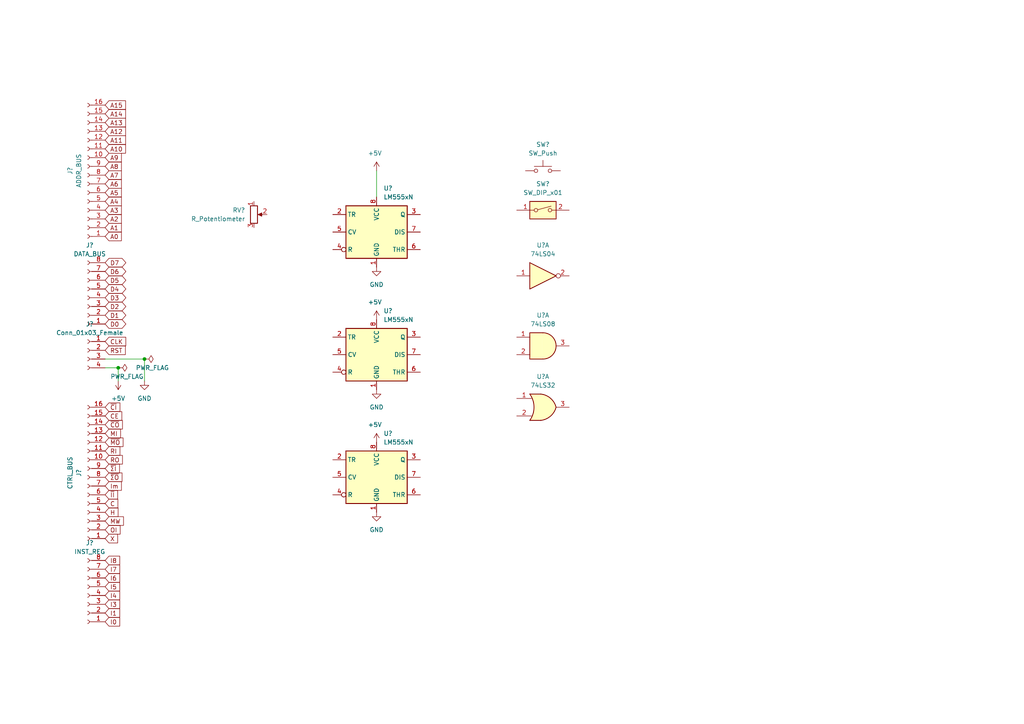
<source format=kicad_sch>
(kicad_sch (version 20211123) (generator eeschema)
  (paper "A4")
  (lib_symbols
    (symbol "74xx:74LS04"
      (property "Reference" "U" (at 0 1.27 0))
      (property "Value" "74LS04" (at 0 -1.27 0))
      (symbol "74LS04_1_0"
        (polyline (pts (xy -3.81 3.81) (xy -3.81 -3.81) (xy 3.81 0) (xy -3.81 3.81)) (stroke (width 0.254)) (fill (type background)))
        (pin input line (at -7.62 0 0) (length 3.81) (name "~") (number "1"))
        (pin output inverted (at 7.62 0 180) (length 3.81) (name "~") (number "2"))
      )
      (symbol "74LS04_2_0"
        (polyline (pts (xy -3.81 3.81) (xy -3.81 -3.81) (xy 3.81 0) (xy -3.81 3.81)) (stroke (width 0.254)) (fill (type background)))
        (pin input line (at -7.62 0 0) (length 3.81) (name "~") (number "3"))
        (pin output inverted (at 7.62 0 180) (length 3.81) (name "~") (number "4"))
      )
      (symbol "74LS04_3_0"
        (polyline (pts (xy -3.81 3.81) (xy -3.81 -3.81) (xy 3.81 0) (xy -3.81 3.81)) (stroke (width 0.254)) (fill (type background)))
        (pin input line (at -7.62 0 0) (length 3.81) (name "~") (number "5"))
        (pin output inverted (at 7.62 0 180) (length 3.81) (name "~") (number "6"))
      )
      (symbol "74LS04_4_0"
        (polyline (pts (xy -3.81 3.81) (xy -3.81 -3.81) (xy 3.81 0) (xy -3.81 3.81)) (stroke (width 0.254)) (fill (type background)))
        (pin output inverted (at 7.62 0 180) (length 3.81) (name "~") (number "8"))
        (pin input line (at -7.62 0 0) (length 3.81) (name "~") (number "9"))
      )
      (symbol "74LS04_5_0"
        (polyline (pts (xy -3.81 3.81) (xy -3.81 -3.81) (xy 3.81 0) (xy -3.81 3.81)) (stroke (width 0.254)) (fill (type background)))
        (pin output inverted (at 7.62 0 180) (length 3.81) (name "~") (number "10"))
        (pin input line (at -7.62 0 0) (length 3.81) (name "~") (number "11"))
      )
      (symbol "74LS04_6_0"
        (polyline (pts (xy -3.81 3.81) (xy -3.81 -3.81) (xy 3.81 0) (xy -3.81 3.81)) (stroke (width 0.254)) (fill (type background)))
        (pin output inverted (at 7.62 0 180) (length 3.81) (name "~") (number "12"))
        (pin input line (at -7.62 0 0) (length 3.81) (name "~") (number "13"))
      )
      (symbol "74LS04_7_0"
        (pin power_in line (at 0 12.7 270) (length 5.08) (name "VCC") (number "14"))
        (pin power_in line (at 0 -12.7 90) (length 5.08) (name "GND") (number "7"))
      )
      (symbol "74LS04_7_1"
        (rectangle (start -5.08 7.62) (end 5.08 -7.62) (stroke (width 0.254)) (fill (type background)))
      )
    )
    (symbol "74xx:74LS08" (pin_names (offset 1.016))
      (property "Reference" "U" (at 0 1.27 0))
      (property "Value" "74LS08" (at 0 -1.27 0))
      (symbol "74LS08_1_1"
        (arc (start 0 -3.81) (mid 3.81 0) (end 0 3.81) (stroke (width 0.254)) (fill (type background)))
        (polyline (pts (xy 0 3.81) (xy -3.81 3.81) (xy -3.81 -3.81) (xy 0 -3.81)) (stroke (width 0.254)) (fill (type background)))
        (pin input line (at -7.62 2.54 0) (length 3.81) (name "~") (number "1"))
        (pin input line (at -7.62 -2.54 0) (length 3.81) (name "~") (number "2"))
        (pin output line (at 7.62 0 180) (length 3.81) (name "~") (number "3"))
      )
      (symbol "74LS08_1_2"
        (arc (start -3.81 -3.81) (mid -2.589 0) (end -3.81 3.81) (stroke (width 0.254)))
        (arc (start -0.6096 -3.81) (mid 2.1842 -2.5851) (end 3.81 0) (stroke (width 0.254)) (fill (type background)))
        (polyline (pts (xy -3.81 -3.81) (xy -0.635 -3.81)) (stroke (width 0.254)) (fill (type background)))
        (polyline (pts (xy -3.81 3.81) (xy -0.635 3.81)) (stroke (width 0.254)) (fill (type background)))
        (polyline (pts (xy -0.635 3.81) (xy -3.81 3.81) (xy -3.81 3.81) (xy -3.556 3.4036) (xy -3.0226 2.2606) (xy -2.6924 1.0414) (xy -2.6162 -0.254) (xy -2.7686 -1.4986) (xy -3.175 -2.7178) (xy -3.81 -3.81) (xy -3.81 -3.81) (xy -0.635 -3.81)) (stroke (width -25.4)) (fill (type background)))
        (arc (start 3.81 0) (mid 2.1915 2.5936) (end -0.6096 3.81) (stroke (width 0.254)) (fill (type background)))
        (pin input inverted (at -7.62 2.54 0) (length 4.318) (name "~") (number "1"))
        (pin input inverted (at -7.62 -2.54 0) (length 4.318) (name "~") (number "2"))
        (pin output inverted (at 7.62 0 180) (length 3.81) (name "~") (number "3"))
      )
      (symbol "74LS08_2_1"
        (arc (start 0 -3.81) (mid 3.81 0) (end 0 3.81) (stroke (width 0.254)) (fill (type background)))
        (polyline (pts (xy 0 3.81) (xy -3.81 3.81) (xy -3.81 -3.81) (xy 0 -3.81)) (stroke (width 0.254)) (fill (type background)))
        (pin input line (at -7.62 2.54 0) (length 3.81) (name "~") (number "4"))
        (pin input line (at -7.62 -2.54 0) (length 3.81) (name "~") (number "5"))
        (pin output line (at 7.62 0 180) (length 3.81) (name "~") (number "6"))
      )
      (symbol "74LS08_2_2"
        (arc (start -3.81 -3.81) (mid -2.589 0) (end -3.81 3.81) (stroke (width 0.254)))
        (arc (start -0.6096 -3.81) (mid 2.1842 -2.5851) (end 3.81 0) (stroke (width 0.254)) (fill (type background)))
        (polyline (pts (xy -3.81 -3.81) (xy -0.635 -3.81)) (stroke (width 0.254)) (fill (type background)))
        (polyline (pts (xy -3.81 3.81) (xy -0.635 3.81)) (stroke (width 0.254)) (fill (type background)))
        (polyline (pts (xy -0.635 3.81) (xy -3.81 3.81) (xy -3.81 3.81) (xy -3.556 3.4036) (xy -3.0226 2.2606) (xy -2.6924 1.0414) (xy -2.6162 -0.254) (xy -2.7686 -1.4986) (xy -3.175 -2.7178) (xy -3.81 -3.81) (xy -3.81 -3.81) (xy -0.635 -3.81)) (stroke (width -25.4)) (fill (type background)))
        (arc (start 3.81 0) (mid 2.1915 2.5936) (end -0.6096 3.81) (stroke (width 0.254)) (fill (type background)))
        (pin input inverted (at -7.62 2.54 0) (length 4.318) (name "~") (number "4"))
        (pin input inverted (at -7.62 -2.54 0) (length 4.318) (name "~") (number "5"))
        (pin output inverted (at 7.62 0 180) (length 3.81) (name "~") (number "6"))
      )
      (symbol "74LS08_3_1"
        (arc (start 0 -3.81) (mid 3.81 0) (end 0 3.81) (stroke (width 0.254)) (fill (type background)))
        (polyline (pts (xy 0 3.81) (xy -3.81 3.81) (xy -3.81 -3.81) (xy 0 -3.81)) (stroke (width 0.254)) (fill (type background)))
        (pin input line (at -7.62 -2.54 0) (length 3.81) (name "~") (number "10"))
        (pin output line (at 7.62 0 180) (length 3.81) (name "~") (number "8"))
        (pin input line (at -7.62 2.54 0) (length 3.81) (name "~") (number "9"))
      )
      (symbol "74LS08_3_2"
        (arc (start -3.81 -3.81) (mid -2.589 0) (end -3.81 3.81) (stroke (width 0.254)))
        (arc (start -0.6096 -3.81) (mid 2.1842 -2.5851) (end 3.81 0) (stroke (width 0.254)) (fill (type background)))
        (polyline (pts (xy -3.81 -3.81) (xy -0.635 -3.81)) (stroke (width 0.254)) (fill (type background)))
        (polyline (pts (xy -3.81 3.81) (xy -0.635 3.81)) (stroke (width 0.254)) (fill (type background)))
        (polyline (pts (xy -0.635 3.81) (xy -3.81 3.81) (xy -3.81 3.81) (xy -3.556 3.4036) (xy -3.0226 2.2606) (xy -2.6924 1.0414) (xy -2.6162 -0.254) (xy -2.7686 -1.4986) (xy -3.175 -2.7178) (xy -3.81 -3.81) (xy -3.81 -3.81) (xy -0.635 -3.81)) (stroke (width -25.4)) (fill (type background)))
        (arc (start 3.81 0) (mid 2.1915 2.5936) (end -0.6096 3.81) (stroke (width 0.254)) (fill (type background)))
        (pin input inverted (at -7.62 -2.54 0) (length 4.318) (name "~") (number "10"))
        (pin output inverted (at 7.62 0 180) (length 3.81) (name "~") (number "8"))
        (pin input inverted (at -7.62 2.54 0) (length 4.318) (name "~") (number "9"))
      )
      (symbol "74LS08_4_1"
        (arc (start 0 -3.81) (mid 3.81 0) (end 0 3.81) (stroke (width 0.254)) (fill (type background)))
        (polyline (pts (xy 0 3.81) (xy -3.81 3.81) (xy -3.81 -3.81) (xy 0 -3.81)) (stroke (width 0.254)) (fill (type background)))
        (pin output line (at 7.62 0 180) (length 3.81) (name "~") (number "11"))
        (pin input line (at -7.62 2.54 0) (length 3.81) (name "~") (number "12"))
        (pin input line (at -7.62 -2.54 0) (length 3.81) (name "~") (number "13"))
      )
      (symbol "74LS08_4_2"
        (arc (start -3.81 -3.81) (mid -2.589 0) (end -3.81 3.81) (stroke (width 0.254)))
        (arc (start -0.6096 -3.81) (mid 2.1842 -2.5851) (end 3.81 0) (stroke (width 0.254)) (fill (type background)))
        (polyline (pts (xy -3.81 -3.81) (xy -0.635 -3.81)) (stroke (width 0.254)) (fill (type background)))
        (polyline (pts (xy -3.81 3.81) (xy -0.635 3.81)) (stroke (width 0.254)) (fill (type background)))
        (polyline (pts (xy -0.635 3.81) (xy -3.81 3.81) (xy -3.81 3.81) (xy -3.556 3.4036) (xy -3.0226 2.2606) (xy -2.6924 1.0414) (xy -2.6162 -0.254) (xy -2.7686 -1.4986) (xy -3.175 -2.7178) (xy -3.81 -3.81) (xy -3.81 -3.81) (xy -0.635 -3.81)) (stroke (width -25.4)) (fill (type background)))
        (arc (start 3.81 0) (mid 2.1915 2.5936) (end -0.6096 3.81) (stroke (width 0.254)) (fill (type background)))
        (pin output inverted (at 7.62 0 180) (length 3.81) (name "~") (number "11"))
        (pin input inverted (at -7.62 2.54 0) (length 4.318) (name "~") (number "12"))
        (pin input inverted (at -7.62 -2.54 0) (length 4.318) (name "~") (number "13"))
      )
      (symbol "74LS08_5_0"
        (pin power_in line (at 0 12.7 270) (length 5.08) (name "VCC") (number "14"))
        (pin power_in line (at 0 -12.7 90) (length 5.08) (name "GND") (number "7"))
      )
      (symbol "74LS08_5_1"
        (rectangle (start -5.08 7.62) (end 5.08 -7.62) (stroke (width 0.254)) (fill (type background)))
      )
    )
    (symbol "74xx:74LS32" (pin_names (offset 1.016))
      (property "Reference" "U" (at 0 1.27 0))
      (property "Value" "74LS32" (at 0 -1.27 0))
      (symbol "74LS32_1_1"
        (arc (start -3.81 -3.81) (mid -2.589 0) (end -3.81 3.81) (stroke (width 0.254)))
        (arc (start -0.6096 -3.81) (mid 2.1842 -2.5851) (end 3.81 0) (stroke (width 0.254)) (fill (type background)))
        (polyline (pts (xy -3.81 -3.81) (xy -0.635 -3.81)) (stroke (width 0.254)) (fill (type background)))
        (polyline (pts (xy -3.81 3.81) (xy -0.635 3.81)) (stroke (width 0.254)) (fill (type background)))
        (polyline (pts (xy -0.635 3.81) (xy -3.81 3.81) (xy -3.81 3.81) (xy -3.556 3.4036) (xy -3.0226 2.2606) (xy -2.6924 1.0414) (xy -2.6162 -0.254) (xy -2.7686 -1.4986) (xy -3.175 -2.7178) (xy -3.81 -3.81) (xy -3.81 -3.81) (xy -0.635 -3.81)) (stroke (width -25.4)) (fill (type background)))
        (arc (start 3.81 0) (mid 2.1915 2.5936) (end -0.6096 3.81) (stroke (width 0.254)) (fill (type background)))
        (pin input line (at -7.62 2.54 0) (length 4.318) (name "~") (number "1"))
        (pin input line (at -7.62 -2.54 0) (length 4.318) (name "~") (number "2"))
        (pin output line (at 7.62 0 180) (length 3.81) (name "~") (number "3"))
      )
      (symbol "74LS32_1_2"
        (arc (start 0 -3.81) (mid 3.81 0) (end 0 3.81) (stroke (width 0.254)) (fill (type background)))
        (polyline (pts (xy 0 3.81) (xy -3.81 3.81) (xy -3.81 -3.81) (xy 0 -3.81)) (stroke (width 0.254)) (fill (type background)))
        (pin input inverted (at -7.62 2.54 0) (length 3.81) (name "~") (number "1"))
        (pin input inverted (at -7.62 -2.54 0) (length 3.81) (name "~") (number "2"))
        (pin output inverted (at 7.62 0 180) (length 3.81) (name "~") (number "3"))
      )
      (symbol "74LS32_2_1"
        (arc (start -3.81 -3.81) (mid -2.589 0) (end -3.81 3.81) (stroke (width 0.254)))
        (arc (start -0.6096 -3.81) (mid 2.1842 -2.5851) (end 3.81 0) (stroke (width 0.254)) (fill (type background)))
        (polyline (pts (xy -3.81 -3.81) (xy -0.635 -3.81)) (stroke (width 0.254)) (fill (type background)))
        (polyline (pts (xy -3.81 3.81) (xy -0.635 3.81)) (stroke (width 0.254)) (fill (type background)))
        (polyline (pts (xy -0.635 3.81) (xy -3.81 3.81) (xy -3.81 3.81) (xy -3.556 3.4036) (xy -3.0226 2.2606) (xy -2.6924 1.0414) (xy -2.6162 -0.254) (xy -2.7686 -1.4986) (xy -3.175 -2.7178) (xy -3.81 -3.81) (xy -3.81 -3.81) (xy -0.635 -3.81)) (stroke (width -25.4)) (fill (type background)))
        (arc (start 3.81 0) (mid 2.1915 2.5936) (end -0.6096 3.81) (stroke (width 0.254)) (fill (type background)))
        (pin input line (at -7.62 2.54 0) (length 4.318) (name "~") (number "4"))
        (pin input line (at -7.62 -2.54 0) (length 4.318) (name "~") (number "5"))
        (pin output line (at 7.62 0 180) (length 3.81) (name "~") (number "6"))
      )
      (symbol "74LS32_2_2"
        (arc (start 0 -3.81) (mid 3.81 0) (end 0 3.81) (stroke (width 0.254)) (fill (type background)))
        (polyline (pts (xy 0 3.81) (xy -3.81 3.81) (xy -3.81 -3.81) (xy 0 -3.81)) (stroke (width 0.254)) (fill (type background)))
        (pin input inverted (at -7.62 2.54 0) (length 3.81) (name "~") (number "4"))
        (pin input inverted (at -7.62 -2.54 0) (length 3.81) (name "~") (number "5"))
        (pin output inverted (at 7.62 0 180) (length 3.81) (name "~") (number "6"))
      )
      (symbol "74LS32_3_1"
        (arc (start -3.81 -3.81) (mid -2.589 0) (end -3.81 3.81) (stroke (width 0.254)))
        (arc (start -0.6096 -3.81) (mid 2.1842 -2.5851) (end 3.81 0) (stroke (width 0.254)) (fill (type background)))
        (polyline (pts (xy -3.81 -3.81) (xy -0.635 -3.81)) (stroke (width 0.254)) (fill (type background)))
        (polyline (pts (xy -3.81 3.81) (xy -0.635 3.81)) (stroke (width 0.254)) (fill (type background)))
        (polyline (pts (xy -0.635 3.81) (xy -3.81 3.81) (xy -3.81 3.81) (xy -3.556 3.4036) (xy -3.0226 2.2606) (xy -2.6924 1.0414) (xy -2.6162 -0.254) (xy -2.7686 -1.4986) (xy -3.175 -2.7178) (xy -3.81 -3.81) (xy -3.81 -3.81) (xy -0.635 -3.81)) (stroke (width -25.4)) (fill (type background)))
        (arc (start 3.81 0) (mid 2.1915 2.5936) (end -0.6096 3.81) (stroke (width 0.254)) (fill (type background)))
        (pin input line (at -7.62 -2.54 0) (length 4.318) (name "~") (number "10"))
        (pin output line (at 7.62 0 180) (length 3.81) (name "~") (number "8"))
        (pin input line (at -7.62 2.54 0) (length 4.318) (name "~") (number "9"))
      )
      (symbol "74LS32_3_2"
        (arc (start 0 -3.81) (mid 3.81 0) (end 0 3.81) (stroke (width 0.254)) (fill (type background)))
        (polyline (pts (xy 0 3.81) (xy -3.81 3.81) (xy -3.81 -3.81) (xy 0 -3.81)) (stroke (width 0.254)) (fill (type background)))
        (pin input inverted (at -7.62 -2.54 0) (length 3.81) (name "~") (number "10"))
        (pin output inverted (at 7.62 0 180) (length 3.81) (name "~") (number "8"))
        (pin input inverted (at -7.62 2.54 0) (length 3.81) (name "~") (number "9"))
      )
      (symbol "74LS32_4_1"
        (arc (start -3.81 -3.81) (mid -2.589 0) (end -3.81 3.81) (stroke (width 0.254)))
        (arc (start -0.6096 -3.81) (mid 2.1842 -2.5851) (end 3.81 0) (stroke (width 0.254)) (fill (type background)))
        (polyline (pts (xy -3.81 -3.81) (xy -0.635 -3.81)) (stroke (width 0.254)) (fill (type background)))
        (polyline (pts (xy -3.81 3.81) (xy -0.635 3.81)) (stroke (width 0.254)) (fill (type background)))
        (polyline (pts (xy -0.635 3.81) (xy -3.81 3.81) (xy -3.81 3.81) (xy -3.556 3.4036) (xy -3.0226 2.2606) (xy -2.6924 1.0414) (xy -2.6162 -0.254) (xy -2.7686 -1.4986) (xy -3.175 -2.7178) (xy -3.81 -3.81) (xy -3.81 -3.81) (xy -0.635 -3.81)) (stroke (width -25.4)) (fill (type background)))
        (arc (start 3.81 0) (mid 2.1915 2.5936) (end -0.6096 3.81) (stroke (width 0.254)) (fill (type background)))
        (pin output line (at 7.62 0 180) (length 3.81) (name "~") (number "11"))
        (pin input line (at -7.62 2.54 0) (length 4.318) (name "~") (number "12"))
        (pin input line (at -7.62 -2.54 0) (length 4.318) (name "~") (number "13"))
      )
      (symbol "74LS32_4_2"
        (arc (start 0 -3.81) (mid 3.81 0) (end 0 3.81) (stroke (width 0.254)) (fill (type background)))
        (polyline (pts (xy 0 3.81) (xy -3.81 3.81) (xy -3.81 -3.81) (xy 0 -3.81)) (stroke (width 0.254)) (fill (type background)))
        (pin output inverted (at 7.62 0 180) (length 3.81) (name "~") (number "11"))
        (pin input inverted (at -7.62 2.54 0) (length 3.81) (name "~") (number "12"))
        (pin input inverted (at -7.62 -2.54 0) (length 3.81) (name "~") (number "13"))
      )
      (symbol "74LS32_5_0"
        (pin power_in line (at 0 12.7 270) (length 5.08) (name "VCC") (number "14"))
        (pin power_in line (at 0 -12.7 90) (length 5.08) (name "GND") (number "7"))
      )
      (symbol "74LS32_5_1"
        (rectangle (start -5.08 7.62) (end 5.08 -7.62) (stroke (width 0.254)) (fill (type background)))
      )
    )
    (symbol "Connector:Conn_01x04_Female" (pin_names (offset 1.016) hide)
      (property "Reference" "J" (at 0 5.08 0))
      (property "Value" "Conn_01x04_Female" (at 0 -7.62 0))
      (symbol "Conn_01x04_Female_1_1"
        (arc (start 0 -4.572) (mid -0.508 -5.08) (end 0 -5.588) (stroke (width 0.1524)))
        (arc (start 0 -2.032) (mid -0.508 -2.54) (end 0 -3.048) (stroke (width 0.1524)))
        (polyline (pts (xy -1.27 -5.08) (xy -0.508 -5.08)) (stroke (width 0.1524)))
        (polyline (pts (xy -1.27 -2.54) (xy -0.508 -2.54)) (stroke (width 0.1524)))
        (polyline (pts (xy -1.27 0) (xy -0.508 0)) (stroke (width 0.1524)))
        (polyline (pts (xy -1.27 2.54) (xy -0.508 2.54)) (stroke (width 0.1524)))
        (arc (start 0 0.508) (mid -0.508 0) (end 0 -0.508) (stroke (width 0.1524)))
        (arc (start 0 3.048) (mid -0.508 2.54) (end 0 2.032) (stroke (width 0.1524)))
        (pin passive line (at -5.08 2.54 0) (length 3.81) (name "Pin_1") (number "1"))
        (pin passive line (at -5.08 0 0) (length 3.81) (name "Pin_2") (number "2"))
        (pin passive line (at -5.08 -2.54 0) (length 3.81) (name "Pin_3") (number "3"))
        (pin passive line (at -5.08 -5.08 0) (length 3.81) (name "Pin_4") (number "4"))
      )
    )
    (symbol "Connector:Conn_01x08_Female" (pin_names (offset 1.016) hide)
      (property "Reference" "J" (at 0 10.16 0))
      (property "Value" "Conn_01x08_Female" (at 0 -12.7 0))
      (symbol "Conn_01x08_Female_1_1"
        (arc (start 0 -9.652) (mid -0.508 -10.16) (end 0 -10.668) (stroke (width 0.1524)))
        (arc (start 0 -7.112) (mid -0.508 -7.62) (end 0 -8.128) (stroke (width 0.1524)))
        (arc (start 0 -4.572) (mid -0.508 -5.08) (end 0 -5.588) (stroke (width 0.1524)))
        (arc (start 0 -2.032) (mid -0.508 -2.54) (end 0 -3.048) (stroke (width 0.1524)))
        (polyline (pts (xy -1.27 -10.16) (xy -0.508 -10.16)) (stroke (width 0.1524)))
        (polyline (pts (xy -1.27 -7.62) (xy -0.508 -7.62)) (stroke (width 0.1524)))
        (polyline (pts (xy -1.27 -5.08) (xy -0.508 -5.08)) (stroke (width 0.1524)))
        (polyline (pts (xy -1.27 -2.54) (xy -0.508 -2.54)) (stroke (width 0.1524)))
        (polyline (pts (xy -1.27 0) (xy -0.508 0)) (stroke (width 0.1524)))
        (polyline (pts (xy -1.27 2.54) (xy -0.508 2.54)) (stroke (width 0.1524)))
        (polyline (pts (xy -1.27 5.08) (xy -0.508 5.08)) (stroke (width 0.1524)))
        (polyline (pts (xy -1.27 7.62) (xy -0.508 7.62)) (stroke (width 0.1524)))
        (arc (start 0 0.508) (mid -0.508 0) (end 0 -0.508) (stroke (width 0.1524)))
        (arc (start 0 3.048) (mid -0.508 2.54) (end 0 2.032) (stroke (width 0.1524)))
        (arc (start 0 5.588) (mid -0.508 5.08) (end 0 4.572) (stroke (width 0.1524)))
        (arc (start 0 8.128) (mid -0.508 7.62) (end 0 7.112) (stroke (width 0.1524)))
        (pin passive line (at -5.08 7.62 0) (length 3.81) (name "Pin_1") (number "1"))
        (pin passive line (at -5.08 5.08 0) (length 3.81) (name "Pin_2") (number "2"))
        (pin passive line (at -5.08 2.54 0) (length 3.81) (name "Pin_3") (number "3"))
        (pin passive line (at -5.08 0 0) (length 3.81) (name "Pin_4") (number "4"))
        (pin passive line (at -5.08 -2.54 0) (length 3.81) (name "Pin_5") (number "5"))
        (pin passive line (at -5.08 -5.08 0) (length 3.81) (name "Pin_6") (number "6"))
        (pin passive line (at -5.08 -7.62 0) (length 3.81) (name "Pin_7") (number "7"))
        (pin passive line (at -5.08 -10.16 0) (length 3.81) (name "Pin_8") (number "8"))
      )
    )
    (symbol "Connector:Conn_01x16_Female" (pin_names (offset 1.016) hide)
      (property "Reference" "J" (at 0 20.32 0))
      (property "Value" "Conn_01x16_Female" (at 0 -22.86 0))
      (symbol "Conn_01x16_Female_1_1"
        (arc (start 0 -19.812) (mid -0.508 -20.32) (end 0 -20.828) (stroke (width 0.1524)))
        (arc (start 0 -17.272) (mid -0.508 -17.78) (end 0 -18.288) (stroke (width 0.1524)))
        (arc (start 0 -14.732) (mid -0.508 -15.24) (end 0 -15.748) (stroke (width 0.1524)))
        (arc (start 0 -12.192) (mid -0.508 -12.7) (end 0 -13.208) (stroke (width 0.1524)))
        (arc (start 0 -9.652) (mid -0.508 -10.16) (end 0 -10.668) (stroke (width 0.1524)))
        (arc (start 0 -7.112) (mid -0.508 -7.62) (end 0 -8.128) (stroke (width 0.1524)))
        (arc (start 0 -4.572) (mid -0.508 -5.08) (end 0 -5.588) (stroke (width 0.1524)))
        (arc (start 0 -2.032) (mid -0.508 -2.54) (end 0 -3.048) (stroke (width 0.1524)))
        (polyline (pts (xy -1.27 -20.32) (xy -0.508 -20.32)) (stroke (width 0.1524)))
        (polyline (pts (xy -1.27 -17.78) (xy -0.508 -17.78)) (stroke (width 0.1524)))
        (polyline (pts (xy -1.27 -15.24) (xy -0.508 -15.24)) (stroke (width 0.1524)))
        (polyline (pts (xy -1.27 -12.7) (xy -0.508 -12.7)) (stroke (width 0.1524)))
        (polyline (pts (xy -1.27 -10.16) (xy -0.508 -10.16)) (stroke (width 0.1524)))
        (polyline (pts (xy -1.27 -7.62) (xy -0.508 -7.62)) (stroke (width 0.1524)))
        (polyline (pts (xy -1.27 -5.08) (xy -0.508 -5.08)) (stroke (width 0.1524)))
        (polyline (pts (xy -1.27 -2.54) (xy -0.508 -2.54)) (stroke (width 0.1524)))
        (polyline (pts (xy -1.27 0) (xy -0.508 0)) (stroke (width 0.1524)))
        (polyline (pts (xy -1.27 2.54) (xy -0.508 2.54)) (stroke (width 0.1524)))
        (polyline (pts (xy -1.27 5.08) (xy -0.508 5.08)) (stroke (width 0.1524)))
        (polyline (pts (xy -1.27 7.62) (xy -0.508 7.62)) (stroke (width 0.1524)))
        (polyline (pts (xy -1.27 10.16) (xy -0.508 10.16)) (stroke (width 0.1524)))
        (polyline (pts (xy -1.27 12.7) (xy -0.508 12.7)) (stroke (width 0.1524)))
        (polyline (pts (xy -1.27 15.24) (xy -0.508 15.24)) (stroke (width 0.1524)))
        (polyline (pts (xy -1.27 17.78) (xy -0.508 17.78)) (stroke (width 0.1524)))
        (arc (start 0 0.508) (mid -0.508 0) (end 0 -0.508) (stroke (width 0.1524)))
        (arc (start 0 3.048) (mid -0.508 2.54) (end 0 2.032) (stroke (width 0.1524)))
        (arc (start 0 5.588) (mid -0.508 5.08) (end 0 4.572) (stroke (width 0.1524)))
        (arc (start 0 8.128) (mid -0.508 7.62) (end 0 7.112) (stroke (width 0.1524)))
        (arc (start 0 10.668) (mid -0.508 10.16) (end 0 9.652) (stroke (width 0.1524)))
        (arc (start 0 13.208) (mid -0.508 12.7) (end 0 12.192) (stroke (width 0.1524)))
        (arc (start 0 15.748) (mid -0.508 15.24) (end 0 14.732) (stroke (width 0.1524)))
        (arc (start 0 18.288) (mid -0.508 17.78) (end 0 17.272) (stroke (width 0.1524)))
        (pin passive line (at -5.08 17.78 0) (length 3.81) (name "Pin_1") (number "1"))
        (pin passive line (at -5.08 -5.08 0) (length 3.81) (name "Pin_10") (number "10"))
        (pin passive line (at -5.08 -7.62 0) (length 3.81) (name "Pin_11") (number "11"))
        (pin passive line (at -5.08 -10.16 0) (length 3.81) (name "Pin_12") (number "12"))
        (pin passive line (at -5.08 -12.7 0) (length 3.81) (name "Pin_13") (number "13"))
        (pin passive line (at -5.08 -15.24 0) (length 3.81) (name "Pin_14") (number "14"))
        (pin passive line (at -5.08 -17.78 0) (length 3.81) (name "Pin_15") (number "15"))
        (pin passive line (at -5.08 -20.32 0) (length 3.81) (name "Pin_16") (number "16"))
        (pin passive line (at -5.08 15.24 0) (length 3.81) (name "Pin_2") (number "2"))
        (pin passive line (at -5.08 12.7 0) (length 3.81) (name "Pin_3") (number "3"))
        (pin passive line (at -5.08 10.16 0) (length 3.81) (name "Pin_4") (number "4"))
        (pin passive line (at -5.08 7.62 0) (length 3.81) (name "Pin_5") (number "5"))
        (pin passive line (at -5.08 5.08 0) (length 3.81) (name "Pin_6") (number "6"))
        (pin passive line (at -5.08 2.54 0) (length 3.81) (name "Pin_7") (number "7"))
        (pin passive line (at -5.08 0 0) (length 3.81) (name "Pin_8") (number "8"))
        (pin passive line (at -5.08 -2.54 0) (length 3.81) (name "Pin_9") (number "9"))
      )
    )
    (symbol "Device:R_Potentiometer" (pin_names (offset 1.016) hide)
      (property "Reference" "RV" (at -4.445 0 90))
      (property "Value" "R_Potentiometer" (at -2.54 0 90))
      (symbol "R_Potentiometer_0_1"
        (polyline (pts (xy 2.54 0) (xy 1.524 0)))
        (polyline (pts (xy 1.143 0) (xy 2.286 0.508) (xy 2.286 -0.508) (xy 1.143 0)) (fill (type outline)))
        (rectangle (start 1.016 2.54) (end -1.016 -2.54) (stroke (width 0.254)))
      )
      (symbol "R_Potentiometer_1_1"
        (pin passive line (at 0 3.81 270) (length 1.27) (name "1") (number "1"))
        (pin passive line (at 3.81 0 180) (length 1.27) (name "2") (number "2"))
        (pin passive line (at 0 -3.81 90) (length 1.27) (name "3") (number "3"))
      )
    )
    (symbol "Switch:SW_DIP_x01" (pin_names (offset 0) hide)
      (property "Reference" "SW" (at 0 3.81 0))
      (property "Value" "SW_DIP_x01" (at 0 -3.81 0))
      (symbol "SW_DIP_x01_0_0"
        (circle (center -2.032 0) (radius 0.508))
        (polyline (pts (xy -1.524 0.127) (xy 2.3622 1.1684)))
        (circle (center 2.032 0) (radius 0.508))
      )
      (symbol "SW_DIP_x01_0_1"
        (rectangle (start -3.81 2.54) (end 3.81 -2.54) (stroke (width 0.254)) (fill (type background)))
      )
      (symbol "SW_DIP_x01_1_1"
        (pin passive line (at -7.62 0 0) (length 5.08) (name "~") (number "1"))
        (pin passive line (at 7.62 0 180) (length 5.08) (name "~") (number "2"))
      )
    )
    (symbol "Switch:SW_Push" (pin_numbers hide) (pin_names (offset 1.016) hide)
      (property "Reference" "SW" (at 1.27 2.54 0))
      (property "Value" "SW_Push" (at 0 -1.524 0))
      (symbol "SW_Push_0_1"
        (circle (center -2.032 0) (radius 0.508))
        (polyline (pts (xy 0 1.27) (xy 0 3.048)))
        (polyline (pts (xy 2.54 1.27) (xy -2.54 1.27)))
        (circle (center 2.032 0) (radius 0.508))
        (pin passive line (at -5.08 0 0) (length 2.54) (name "1") (number "1"))
        (pin passive line (at 5.08 0 180) (length 2.54) (name "2") (number "2"))
      )
    )
    (symbol "Timer:LM555xN"
      (property "Reference" "U" (at -10.16 8.89 0))
      (property "Value" "LM555xN" (at 2.54 8.89 0))
      (symbol "LM555xN_0_0"
        (pin power_in line (at 0 -10.16 90) (length 2.54) (name "GND") (number "1"))
        (pin power_in line (at 0 10.16 270) (length 2.54) (name "VCC") (number "8"))
      )
      (symbol "LM555xN_0_1"
        (rectangle (start -8.89 -7.62) (end 8.89 7.62) (stroke (width 0.254)) (fill (type background)))
        (rectangle (start -8.89 -7.62) (end 8.89 7.62) (stroke (width 0.254)) (fill (type background)))
      )
      (symbol "LM555xN_1_1"
        (pin input line (at -12.7 5.08 0) (length 3.81) (name "TR") (number "2"))
        (pin output line (at 12.7 5.08 180) (length 3.81) (name "Q") (number "3"))
        (pin input inverted (at -12.7 -5.08 0) (length 3.81) (name "R") (number "4"))
        (pin input line (at -12.7 0 0) (length 3.81) (name "CV") (number "5"))
        (pin input line (at 12.7 -5.08 180) (length 3.81) (name "THR") (number "6"))
        (pin input line (at 12.7 0 180) (length 3.81) (name "DIS") (number "7"))
      )
    )
    (symbol "power:+5V" (power) (pin_names (offset 0))
      (property "Value" "+5V" (at 0 3.556 0))
      (symbol "+5V_0_1"
        (polyline (pts (xy -0.762 1.27) (xy 0 2.54)))
        (polyline (pts (xy 0 0) (xy 0 2.54)))
        (polyline (pts (xy 0 2.54) (xy 0.762 1.27)))
      )
      (symbol "+5V_1_1"
        (pin power_in line (at 0 0 90) (length 0) hide (name "+5V") (number "1"))
      )
    )
    (symbol "power:GND" (power) (pin_names (offset 0))
      (property "Value" "GND" (at 0 -3.81 0))
      (symbol "GND_0_1"
        (polyline (pts (xy 0 0) (xy 0 -1.27) (xy 1.27 -1.27) (xy 0 -2.54) (xy -1.27 -1.27) (xy 0 -1.27)))
      )
      (symbol "GND_1_1"
        (pin power_in line (at 0 0 270) (length 0) hide (name "GND") (number "1"))
      )
    )
    (symbol "power:PWR_FLAG" (power) (pin_numbers hide) (pin_names (offset 0) hide)
      (property "Value" "PWR_FLAG" (at 0 3.81 0))
      (symbol "PWR_FLAG_0_0"
        (pin power_out line (at 0 0 90) (length 0) (name "pwr") (number "1"))
      )
      (symbol "PWR_FLAG_0_1"
        (polyline (pts (xy 0 0) (xy 0 1.27) (xy -1.016 1.905) (xy 0 2.54) (xy 1.016 1.905) (xy 0 1.27)))
      )
    )
  )
  (junction (at 41.91 104.14))
  (junction (at 34.29 106.68))
  (wire (pts (xy 30.48 106.68) (xy 34.29 106.68)))
  (wire (pts (xy 30.48 104.14) (xy 41.91 104.14)))
  (wire (pts (xy 41.91 104.14) (xy 41.91 110.49)))
  (wire (pts (xy 34.29 106.68) (xy 34.29 110.49)))
  (wire (pts (xy 109.22 49.53) (xy 109.22 57.15)))
  (global_label "~{ΣI}" (shape input) (at 30.48 135.89 0) (property "Intersheet References" "${INTERSHEET_REFS}" (effects hide)))
  (global_label "X" (shape input) (at 30.48 156.21 0) (property "Intersheet References" "${INTERSHEET_REFS}" (effects hide)))
  (global_label "A6" (shape input) (at 30.48 53.34 0) (property "Intersheet References" "${INTERSHEET_REFS}" (effects hide)))
  (global_label "CE" (shape input) (at 30.48 120.65 0) (property "Intersheet References" "${INTERSHEET_REFS}" (effects hide)))
  (global_label "~{CO}" (shape input) (at 30.48 123.19 0) (property "Intersheet References" "${INTERSHEET_REFS}" (effects hide)))
  (global_label "~{ΣO}" (shape input) (at 30.48 138.43 0) (property "Intersheet References" "${INTERSHEET_REFS}" (effects hide)))
  (global_label "A9" (shape input) (at 30.48 45.72 0) (property "Intersheet References" "${INTERSHEET_REFS}" (effects hide)))
  (global_label "MW" (shape input) (at 30.48 151.13 0) (property "Intersheet References" "${INTERSHEET_REFS}" (effects hide)))
  (global_label "A7" (shape input) (at 30.48 50.8 0) (property "Intersheet References" "${INTERSHEET_REFS}" (effects hide)))
  (global_label "~{CI}" (shape input) (at 30.48 118.11 0) (property "Intersheet References" "${INTERSHEET_REFS}" (effects hide)))
  (global_label "A14" (shape input) (at 30.48 33.02 0) (property "Intersheet References" "${INTERSHEET_REFS}" (effects hide)))
  (global_label "A3" (shape input) (at 30.48 60.96 0) (property "Intersheet References" "${INTERSHEET_REFS}" (effects hide)))
  (global_label "I3" (shape input) (at 30.48 175.26 0) (property "Intersheet References" "${INTERSHEET_REFS}" (effects hide)))
  (global_label "D4" (shape tri_state) (at 30.48 83.82 0) (property "Intersheet References" "${INTERSHEET_REFS}" (effects hide)))
  (global_label "D0" (shape tri_state) (at 30.48 93.98 0) (property "Intersheet References" "${INTERSHEET_REFS}" (effects hide)))
  (global_label "RST" (shape input) (at 30.48 101.6 0) (property "Intersheet References" "${INTERSHEET_REFS}" (effects hide)))
  (global_label "RO" (shape input) (at 30.48 133.35 0) (property "Intersheet References" "${INTERSHEET_REFS}" (effects hide)))
  (global_label "I6" (shape input) (at 30.48 167.64 0) (property "Intersheet References" "${INTERSHEET_REFS}" (effects hide)))
  (global_label "RI" (shape input) (at 30.48 130.81 0) (property "Intersheet References" "${INTERSHEET_REFS}" (effects hide)))
  (global_label "D7" (shape tri_state) (at 30.48 76.2 0) (property "Intersheet References" "${INTERSHEET_REFS}" (effects hide)))
  (global_label "A0" (shape input) (at 30.48 68.58 0) (property "Intersheet References" "${INTERSHEET_REFS}" (effects hide)))
  (global_label "D5" (shape tri_state) (at 30.48 81.28 0) (property "Intersheet References" "${INTERSHEET_REFS}" (effects hide)))
  (global_label "A11" (shape input) (at 30.48 40.64 0) (property "Intersheet References" "${INTERSHEET_REFS}" (effects hide)))
  (global_label "CLK" (shape input) (at 30.48 99.06 0) (property "Intersheet References" "${INTERSHEET_REFS}" (effects hide)))
  (global_label "A15" (shape input) (at 30.48 30.48 0) (property "Intersheet References" "${INTERSHEET_REFS}" (effects hide)))
  (global_label "D2" (shape tri_state) (at 30.48 88.9 0) (property "Intersheet References" "${INTERSHEET_REFS}" (effects hide)))
  (global_label "A10" (shape input) (at 30.48 43.18 0) (property "Intersheet References" "${INTERSHEET_REFS}" (effects hide)))
  (global_label "H" (shape input) (at 30.48 148.59 0) (property "Intersheet References" "${INTERSHEET_REFS}" (effects hide)))
  (global_label "A8" (shape input) (at 30.48 48.26 0) (property "Intersheet References" "${INTERSHEET_REFS}" (effects hide)))
  (global_label "I0" (shape input) (at 30.48 180.34 0) (property "Intersheet References" "${INTERSHEET_REFS}" (effects hide)))
  (global_label "A5" (shape input) (at 30.48 55.88 0) (property "Intersheet References" "${INTERSHEET_REFS}" (effects hide)))
  (global_label "A13" (shape input) (at 30.48 35.56 0) (property "Intersheet References" "${INTERSHEET_REFS}" (effects hide)))
  (global_label "I7" (shape input) (at 30.48 165.1 0) (property "Intersheet References" "${INTERSHEET_REFS}" (effects hide)))
  (global_label "I8" (shape input) (at 30.48 162.56 0) (property "Intersheet References" "${INTERSHEET_REFS}" (effects hide)))
  (global_label "D1" (shape tri_state) (at 30.48 91.44 0) (property "Intersheet References" "${INTERSHEET_REFS}" (effects hide)))
  (global_label "A12" (shape input) (at 30.48 38.1 0) (property "Intersheet References" "${INTERSHEET_REFS}" (effects hide)))
  (global_label "I1" (shape input) (at 30.48 177.8 0) (property "Intersheet References" "${INTERSHEET_REFS}" (effects hide)))
  (global_label "MI" (shape input) (at 30.48 125.73 0) (property "Intersheet References" "${INTERSHEET_REFS}" (effects hide)))
  (global_label "A1" (shape input) (at 30.48 66.04 0) (property "Intersheet References" "${INTERSHEET_REFS}" (effects hide)))
  (global_label "A4" (shape input) (at 30.48 58.42 0) (property "Intersheet References" "${INTERSHEET_REFS}" (effects hide)))
  (global_label "D3" (shape tri_state) (at 30.48 86.36 0) (property "Intersheet References" "${INTERSHEET_REFS}" (effects hide)))
  (global_label "~{II}" (shape input) (at 30.48 143.51 0) (property "Intersheet References" "${INTERSHEET_REFS}" (effects hide)))
  (global_label "~{MO}" (shape input) (at 30.48 128.27 0) (property "Intersheet References" "${INTERSHEET_REFS}" (effects hide)))
  (global_label "D6" (shape tri_state) (at 30.48 78.74 0) (property "Intersheet References" "${INTERSHEET_REFS}" (effects hide)))
  (global_label "A2" (shape input) (at 30.48 63.5 0) (property "Intersheet References" "${INTERSHEET_REFS}" (effects hide)))
  (global_label "I5" (shape input) (at 30.48 170.18 0) (property "Intersheet References" "${INTERSHEET_REFS}" (effects hide)))
  (global_label "I4" (shape input) (at 30.48 172.72 0) (property "Intersheet References" "${INTERSHEET_REFS}" (effects hide)))
  (global_label "C" (shape input) (at 30.48 146.05 0) (property "Intersheet References" "${INTERSHEET_REFS}" (effects hide)))
  (global_label "OI" (shape input) (at 30.48 153.67 0) (property "Intersheet References" "${INTERSHEET_REFS}" (effects hide)))
  (global_label "Im" (shape input) (at 30.48 140.97 0) (property "Intersheet References" "${INTERSHEET_REFS}" (effects hide)))
  (symbol (lib_id "Connector:Conn_01x08_Female") (at 25.4 86.36 180) (unit 1)
    (property "Reference" "J?" (at 26.035 71.12 0))
    (property "Value" "DATA_BUS" (at 26.035 73.66 0))
    (property "Footprint" "Connector_PinSocket_2.54mm:PinSocket_1x08_P2.54mm_Vertical" (effects hide))
  )
  (symbol (lib_id "Timer:LM555xN") (at 109.22 67.31 0) (unit 1)
    (property "Reference" "U?" (at 111.2394 54.61 0) (effects (justify left)))
    (property "Value" "LM555xN" (at 111.2394 57.15 0) (effects (justify left)))
    (property "Footprint" "Package_DIP:DIP-8_W7.62mm" (effects hide))
    (property "Datasheet" "http://www.ti.com/lit/ds/symlink/lm555.pdf" (effects hide))
  )
  (symbol (lib_id "Switch:SW_DIP_x01") (at 157.48 60.96 0) (unit 1)
    (property "Reference" "SW?" (at 157.48 53.34 0))
    (property "Value" "SW_DIP_x01" (at 157.48 55.88 0))
  )
  (symbol (lib_id "power:PWR_FLAG") (at 41.91 104.14 270) (unit 1)
    (property "Reference" "#FLG?" (effects hide))
    (property "Value" "PWR_FLAG" (at 39.37 106.68 90) (effects (justify left)))
  )
  (symbol (lib_id "Connector:Conn_01x04_Female") (at 25.4 101.6 0) (mirror y) (unit 1)
    (property "Reference" "J?" (at 26.035 93.98 0))
    (property "Value" "Conn_01x03_Female" (at 26.035 96.52 0))
    (property "Footprint" "Connector_PinSocket_2.54mm:PinSocket_1x04_P2.54mm_Vertical" (effects hide))
  )
  (symbol (lib_id "power:GND") (at 109.22 113.03 0) (unit 1)
    (property "Reference" "#PWR?" (effects hide))
    (property "Value" "GND" (at 109.22 118.11 0))
  )
  (symbol (lib_id "power:GND") (at 109.22 77.47 0) (unit 1)
    (property "Reference" "#PWR?" (effects hide))
    (property "Value" "GND" (at 109.22 82.55 0))
  )
  (symbol (lib_id "Timer:LM555xN") (at 109.22 102.87 0) (unit 1)
    (property "Reference" "U?" (at 111.2394 90.17 0) (effects (justify left)))
    (property "Value" "LM555xN" (at 111.2394 92.71 0) (effects (justify left)))
    (property "Footprint" "Package_DIP:DIP-8_W7.62mm" (effects hide))
    (property "Datasheet" "http://www.ti.com/lit/ds/symlink/lm555.pdf" (effects hide))
  )
  (symbol (lib_id "Connector:Conn_01x16_Female") (at 25.4 138.43 180) (unit 1)
    (property "Reference" "J?" (at 22.86 137.16 90))
    (property "Value" "CTRL_BUS" (at 20.32 137.16 90))
    (property "Footprint" "Connector_PinSocket_2.54mm:PinSocket_1x16_P2.54mm_Vertical" (effects hide))
  )
  (symbol (lib_id "power:+5V") (at 109.22 128.27 0) (unit 1)
    (property "Reference" "#PWR?" (effects hide))
    (property "Value" "+5V" (at 106.68 123.19 0) (effects (justify left)))
  )
  (symbol (lib_id "74xx:74LS08") (at 157.48 100.33 0) (unit 1)
    (property "Reference" "U?" (at 157.48 91.44 0))
    (property "Value" "74LS08" (at 157.48 93.98 0))
    (property "Datasheet" "http://www.ti.com/lit/gpn/sn74LS08" (effects hide))
  )
  (symbol (lib_id "74xx:74LS32") (at 157.48 118.11 0) (unit 1)
    (property "Reference" "U?" (at 157.48 109.22 0))
    (property "Value" "74LS32" (at 157.48 111.76 0))
    (property "Datasheet" "http://www.ti.com/lit/gpn/sn74LS32" (effects hide))
  )
  (symbol (lib_id "74xx:74LS04") (at 157.48 80.01 0) (unit 1)
    (property "Reference" "U?" (at 157.48 71.12 0))
    (property "Value" "74LS04" (at 157.48 73.66 0))
    (property "Datasheet" "http://www.ti.com/lit/gpn/sn74LS04" (effects hide))
  )
  (symbol (lib_id "power:+5V") (at 34.29 110.49 180) (unit 1)
    (property "Reference" "#PWR?" (effects hide))
    (property "Value" "+5V" (at 34.29 115.57 0))
  )
  (symbol (lib_id "power:+5V") (at 109.22 49.53 0) (unit 1)
    (property "Reference" "#PWR?" (effects hide))
    (property "Value" "+5V" (at 106.68 44.45 0) (effects (justify left)))
  )
  (symbol (lib_id "power:GND") (at 41.91 110.49 0) (unit 1)
    (property "Reference" "#PWR?" (effects hide))
    (property "Value" "GND" (at 41.91 115.57 0))
  )
  (symbol (lib_id "Device:R_Potentiometer") (at 73.66 62.23 0) (unit 1)
    (property "Reference" "RV?" (at 71.12 60.9599 0) (effects (justify right)))
    (property "Value" "R_Potentiometer" (at 71.12 63.4999 0) (effects (justify right)))
  )
  (symbol (lib_id "power:+5V") (at 109.22 92.71 0) (unit 1)
    (property "Reference" "#PWR?" (effects hide))
    (property "Value" "+5V" (at 106.68 87.63 0) (effects (justify left)))
  )
  (symbol (lib_id "power:PWR_FLAG") (at 34.29 106.68 270) (unit 1)
    (property "Reference" "#FLG?" (effects hide))
    (property "Value" "PWR_FLAG" (at 36.83 109.22 90))
  )
  (symbol (lib_id "Connector:Conn_01x16_Female") (at 25.4 50.8 180) (unit 1)
    (property "Reference" "J?" (at 20.32 49.53 90))
    (property "Value" "ADDR_BUS" (at 22.86 49.53 90))
    (property "Footprint" "Connector_PinSocket_2.54mm:PinSocket_1x16_P2.54mm_Vertical" (effects hide))
  )
  (symbol (lib_id "power:GND") (at 109.22 148.59 0) (unit 1)
    (property "Reference" "#PWR?" (effects hide))
    (property "Value" "GND" (at 109.22 153.67 0))
  )
  (symbol (lib_id "Timer:LM555xN") (at 109.22 138.43 0) (unit 1)
    (property "Reference" "U?" (at 111.2394 125.73 0) (effects (justify left)))
    (property "Value" "LM555xN" (at 111.2394 128.27 0) (effects (justify left)))
    (property "Footprint" "Package_DIP:DIP-8_W7.62mm" (effects hide))
    (property "Datasheet" "http://www.ti.com/lit/ds/symlink/lm555.pdf" (effects hide))
  )
  (symbol (lib_id "Connector:Conn_01x08_Female") (at 25.4 172.72 180) (unit 1)
    (property "Reference" "J?" (at 26.035 157.48 0))
    (property "Value" "INST_REG" (at 26.035 160.02 0))
    (property "Footprint" "Connector_PinSocket_2.54mm:PinSocket_1x08_P2.54mm_Vertical" (effects hide))
  )
  (symbol (lib_id "Switch:SW_Push") (at 157.48 49.53 0) (unit 1)
    (property "Reference" "SW?" (at 157.48 41.91 0))
    (property "Value" "SW_Push" (at 157.48 44.45 0))
  )
)
</source>
